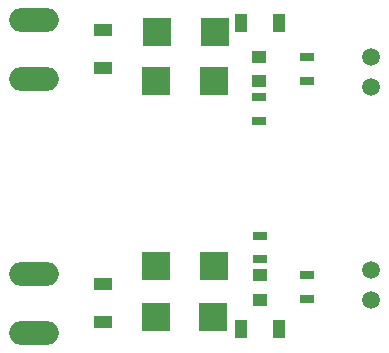
<source format=gbr>
%TF.GenerationSoftware,Altium Limited,Altium Designer,24.7.2 (38)*%
G04 Layer_Color=255*
%FSLAX43Y43*%
%MOMM*%
%TF.SameCoordinates,E959DE18-6F16-491B-AE1F-B8F7C51A02EC*%
%TF.FilePolarity,Positive*%
%TF.FileFunction,Pads,Top*%
%TF.Part,Single*%
G01*
G75*
%TA.AperFunction,SMDPad,CuDef*%
%ADD11R,1.250X0.800*%
%TA.AperFunction,ConnectorPad*%
%ADD12R,1.000X1.600*%
%TA.AperFunction,SMDPad,CuDef*%
%ADD13R,1.000X1.600*%
%ADD14R,2.400X2.400*%
%ADD15R,1.600X1.000*%
%ADD16R,1.200X1.100*%
%TA.AperFunction,ComponentPad*%
%ADD17O,4.200X2.000*%
%ADD18C,1.500*%
D11*
X14600Y-5015D02*
D03*
Y-7015D02*
D03*
X14525Y4675D02*
D03*
Y6675D02*
D03*
X18625Y8075D02*
D03*
Y10075D02*
D03*
Y-10400D02*
D03*
Y-8400D02*
D03*
D12*
X16250Y12975D02*
D03*
X13050D02*
D03*
D13*
X16200Y-12900D02*
D03*
X13000D02*
D03*
D14*
X10700Y-7614D02*
D03*
X5819D02*
D03*
X5800Y-11900D02*
D03*
X10681D02*
D03*
X10700Y8025D02*
D03*
X5819D02*
D03*
X5900Y12250D02*
D03*
X10781D02*
D03*
D15*
X1350Y-12300D02*
D03*
Y-9100D02*
D03*
Y12400D02*
D03*
Y9200D02*
D03*
D16*
X14600Y-10500D02*
D03*
Y-8400D02*
D03*
X14575Y10125D02*
D03*
Y8025D02*
D03*
D17*
X-4500Y-8250D02*
D03*
Y-13250D02*
D03*
Y8250D02*
D03*
Y13250D02*
D03*
D18*
X24000Y-10500D02*
D03*
Y-7960D02*
D03*
X24000Y7551D02*
D03*
Y10091D02*
D03*
%TF.MD5,c19f5a323a34f8a3c29498b111840cbc*%
M02*

</source>
